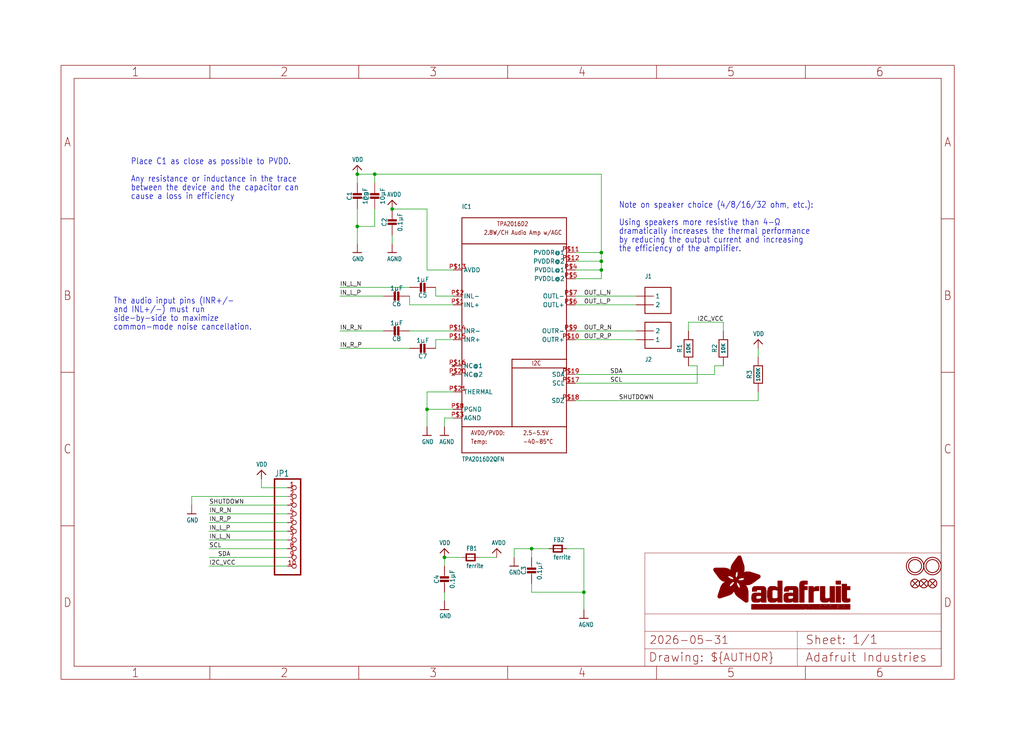
<source format=kicad_sch>
(kicad_sch (version 20230121) (generator eeschema)
  (paper "User" 298.45 217.322)
  (lib_symbols
    (symbol "working-eagle-import:AGND" (power)
      (property "Value" "AGND" (at -1.524 -2.54 0))
      (symbol "AGND_1_0"
        (pin power_in line (at 0 2.54 270) (length 2.54) (name "AGND") (number "1"))
      )
    )
    (symbol "working-eagle-import:AVDD" (power)
      (property "Value" "AVDD" (at -1.524 1.016 0))
      (symbol "AVDD_1_0"
        (pin power_in line (at 0 -2.54 90) (length 2.54) (name "AVDD") (number "1"))
      )
    )
    (symbol "working-eagle-import:CAP_CERAMIC0805-NOOUTLINE"
      (property "Reference" "C" (at -2.29 1.25 90))
      (symbol "CAP_CERAMIC0805-NOOUTLINE_1_0"
        (pin passive line (at 0 5.08 270) (length 2.54) (name "1") (number "1"))
        (pin passive line (at 0 -2.54 90) (length 2.54) (name "2") (number "2"))
      )
    )
    (symbol "working-eagle-import:FERRITE_0805MP"
      (property "Reference" "FB" (at -1.27 1.905 0))
      (symbol "FERRITE_0805MP_1_0"
        (pin passive line (at -2.54 0 0) (length 2.54) (name "P$1") (number "1"))
        (pin passive line (at 2.54 0 180) (length 2.54) (name "P$2") (number "2"))
      )
    )
    (symbol "working-eagle-import:FIDUCIAL{dblquote}{dblquote}")
    (symbol "working-eagle-import:FRAME_A4_ADAFRUIT"
      (symbol "FRAME_A4_ADAFRUIT_1_0"
        (text "${#}/${##}" (at 230.505 10.16 0) (effects (font (size 2.54 2.54)) (justify left bottom)))
        (text "${AUTHOR}" (at 189.23 5.08 0) (effects (font (size 2.286 2.286)) (justify left bottom)))
        (text "${CURRENT_DATE}" (at 171.45 10.16 0) (effects (font (size 2.286 2.286)) (justify left bottom)))
        (text "${PROJECTNAME}" (at 171.45 15.24 0) (effects (font (size 2.54 2.54)) (justify left bottom)))
        (text "1" (at 21.6958 1.905 0) (effects (font (size 2.54 2.286))))
        (text "1" (at 21.6958 177.165 0) (effects (font (size 2.54 2.286))))
        (text "2" (at 65.0875 1.905 0) (effects (font (size 2.54 2.286))))
        (text "2" (at 65.0875 177.165 0) (effects (font (size 2.54 2.286))))
        (text "3" (at 108.4792 1.905 0) (effects (font (size 2.54 2.286))))
        (text "3" (at 108.4792 177.165 0) (effects (font (size 2.54 2.286))))
        (text "4" (at 151.8708 1.905 0) (effects (font (size 2.54 2.286))))
        (text "4" (at 151.8708 177.165 0) (effects (font (size 2.54 2.286))))
        (text "5" (at 195.2625 1.905 0) (effects (font (size 2.54 2.286))))
        (text "5" (at 195.2625 177.165 0) (effects (font (size 2.54 2.286))))
        (text "6" (at 238.6542 1.905 0) (effects (font (size 2.54 2.286))))
        (text "6" (at 238.6542 177.165 0) (effects (font (size 2.54 2.286))))
        (text "A" (at 1.905 156.6863 0) (effects (font (size 2.54 2.286))))
        (text "A" (at 258.445 156.6863 0) (effects (font (size 2.54 2.286))))
        (text "Adafruit Industries" (at 216.916 4.953 0) (effects (font (size 2.54 2.54)) (justify left bottom)))
        (text "B" (at 1.905 111.9188 0) (effects (font (size 2.54 2.286))))
        (text "B" (at 258.445 111.9188 0) (effects (font (size 2.54 2.286))))
        (text "C" (at 1.905 67.1513 0) (effects (font (size 2.54 2.286))))
        (text "C" (at 258.445 67.1513 0) (effects (font (size 2.54 2.286))))
        (text "D" (at 1.905 22.3838 0) (effects (font (size 2.54 2.286))))
        (text "D" (at 258.445 22.3838 0) (effects (font (size 2.54 2.286))))
        (text "Drawing:" (at 171.196 4.953 0) (effects (font (size 2.54 2.54)) (justify left bottom)))
        (text "Sheet:" (at 216.916 10.033 0) (effects (font (size 2.54 2.54)) (justify left bottom)))
      )
    )
    (symbol "working-eagle-import:GND" (power)
      (property "Value" "GND" (at -1.524 -2.54 0))
      (symbol "GND_1_0"
        (pin power_in line (at 0 2.54 270) (length 2.54) (name "GND") (number "1"))
      )
    )
    (symbol "working-eagle-import:HEADER-1X1070MIL"
      (property "Reference" "JP" (at -6.35 13.335 0))
      (symbol "HEADER-1X1070MIL_1_0"
        (pin passive inverted (at -2.54 10.16 0) (length 2.54) (name "1") (number "1"))
        (pin passive inverted (at -2.54 -12.7 0) (length 2.54) (name "10") (number "10"))
        (pin passive inverted (at -2.54 7.62 0) (length 2.54) (name "2") (number "2"))
        (pin passive inverted (at -2.54 5.08 0) (length 2.54) (name "3") (number "3"))
        (pin passive inverted (at -2.54 2.54 0) (length 2.54) (name "4") (number "4"))
        (pin passive inverted (at -2.54 0 0) (length 2.54) (name "5") (number "5"))
        (pin passive inverted (at -2.54 -2.54 0) (length 2.54) (name "6") (number "6"))
        (pin passive inverted (at -2.54 -5.08 0) (length 2.54) (name "7") (number "7"))
        (pin passive inverted (at -2.54 -7.62 0) (length 2.54) (name "8") (number "8"))
        (pin passive inverted (at -2.54 -10.16 0) (length 2.54) (name "9") (number "9"))
      )
    )
    (symbol "working-eagle-import:MOUNTINGHOLE2.5_THICK")
    (symbol "working-eagle-import:RESISTOR0805_NOOUTLINE"
      (property "Reference" "R" (at 0 2.54 0))
      (symbol "RESISTOR0805_NOOUTLINE_1_0"
        (pin passive line (at -5.08 0 0) (length 2.54) (name "1") (number "1"))
        (pin passive line (at 5.08 0 180) (length 2.54) (name "2") (number "2"))
      )
    )
    (symbol "working-eagle-import:TERMBLOCK_1X2"
      (property "Reference" "X" (at -2.54 7.62 0))
      (symbol "TERMBLOCK_1X2_1_0"
        (pin passive line (at -5.08 2.54 0) (length 5.08) (name "1") (number "1"))
        (pin passive line (at -5.08 0 0) (length 5.08) (name "2") (number "2"))
      )
    )
    (symbol "working-eagle-import:TPA2016D2QFN"
      (property "Reference" "IC" (at -15.24 33.02 0))
      (symbol "TPA2016D2QFN_1_0"
        (text "-40-85°C" (at 2.54 -35.56 0) (effects (font (size 1.27 1.0795)) (justify left bottom)))
        (text "2.5-5.5V" (at 2.54 -33.02 0) (effects (font (size 1.27 1.0795)) (justify left bottom)))
        (text "2.8W/CH Audio Amp w/AGC" (at -8.89 25.4 0) (effects (font (size 1.27 1.0795)) (justify left bottom)))
        (text "AVDD/PVDD:" (at -12.7 -33.02 0) (effects (font (size 1.27 1.0795)) (justify left bottom)))
        (text "I2C" (at 5.08 -12.7 0) (effects (font (size 1.27 1.0795)) (justify left bottom)))
        (text "Temp:" (at -12.7 -35.56 0) (effects (font (size 1.27 1.0795)) (justify left bottom)))
        (text "TPA2016D2" (at -5.08 27.94 0) (effects (font (size 1.27 1.0795)) (justify left bottom)))
        (pin input line (at -17.78 5.08 0) (length 2.54) (name "INL+") (number "P$1"))
        (pin output line (at 17.78 -5.08 180) (length 2.54) (name "OUTR+") (number "P$10"))
        (pin power_in line (at 17.78 20.32 180) (length 2.54) (name "PVDDR@1") (number "P$11"))
        (pin power_in line (at 17.78 17.78 180) (length 2.54) (name "PVDDR@2") (number "P$12"))
        (pin power_in line (at -17.78 15.24 0) (length 2.54) (name "AVDD") (number "P$13"))
        (pin input line (at -17.78 -2.54 0) (length 2.54) (name "INR-") (number "P$14"))
        (pin input line (at -17.78 -5.08 0) (length 2.54) (name "INR+") (number "P$15"))
        (pin no_connect line (at -17.78 -12.7 0) (length 2.54) (name "NC@1") (number "P$16"))
        (pin bidirectional line (at 17.78 -17.78 180) (length 2.54) (name "SCL") (number "P$17"))
        (pin input line (at 17.78 -22.86 180) (length 2.54) (name "SDZ") (number "P$18"))
        (pin bidirectional line (at 17.78 -15.24 180) (length 2.54) (name "SDA") (number "P$19"))
        (pin input line (at -17.78 7.62 0) (length 2.54) (name "INL-") (number "P$2"))
        (pin no_connect line (at -17.78 -15.24 0) (length 2.54) (name "NC@2") (number "P$20"))
        (pin bidirectional line (at -17.78 -20.32 0) (length 2.54) (name "THERMAL") (number "P$21"))
        (pin power_in line (at -17.78 -27.94 0) (length 2.54) (name "AGND") (number "P$3"))
        (pin power_in line (at 17.78 15.24 180) (length 2.54) (name "PVDDL@1") (number "P$4"))
        (pin power_in line (at 17.78 12.7 180) (length 2.54) (name "PVDDL@2") (number "P$5"))
        (pin output line (at 17.78 5.08 180) (length 2.54) (name "OUTL+") (number "P$6"))
        (pin output line (at 17.78 7.62 180) (length 2.54) (name "OUTL-") (number "P$7"))
        (pin power_in line (at -17.78 -25.4 0) (length 2.54) (name "PGND") (number "P$8"))
        (pin output line (at 17.78 -2.54 180) (length 2.54) (name "OUTR-") (number "P$9"))
      )
    )
    (symbol "working-eagle-import:VDD" (power)
      (property "Value" "VDD" (at -1.524 1.016 0))
      (symbol "VDD_1_0"
        (pin power_in line (at 0 -2.54 90) (length 2.54) (name "VDD") (number "1"))
      )
    )
  )
  (junction (at 129.54 162.56))
  (junction (at 104.14 50.8))
  (junction (at 104.14 66.04))
  (junction (at 170.18 172.72))
  (junction (at 109.22 50.8))
  (junction (at 114.3 60.96))
  (junction (at 124.46 119.38))
  (junction (at 175.26 78.74))
  (junction (at 175.26 76.2))
  (junction (at 154.94 160.02))
  (junction (at 175.26 73.66))
  (wire (pts (xy 109.22 50.8) (xy 175.26 50.8)) (stroke (width 0.1524)))
  (wire (pts (xy 124.46 78.74) (xy 124.46 60.96)) (stroke (width 0.1524)))
  (wire (pts (xy 127 99.06) (xy 132.08 99.06)) (stroke (width 0.1524)))
  (wire (pts (xy 132.08 114.3) (xy 124.46 114.3)) (stroke (width 0.1524)))
  (wire (pts (xy 220.98 116.84) (xy 220.98 114.3)) (stroke (width 0.1524)))
  (wire (pts (xy 111.76 86.36) (xy 99.06 86.36)) (stroke (width 0.1524)))
  (wire (pts (xy 83.82 157.48) (xy 60.96 157.48)) (stroke (width 0.1524)))
  (wire (pts (xy 132.08 121.92) (xy 129.54 121.92)) (stroke (width 0.1524)))
  (wire (pts (xy 175.26 76.2) (xy 167.64 76.2)) (stroke (width 0.1524)))
  (wire (pts (xy 83.82 152.4) (xy 60.96 152.4)) (stroke (width 0.1524)))
  (wire (pts (xy 203.2 106.68) (xy 200.66 106.68)) (stroke (width 0.1524)))
  (wire (pts (xy 167.64 96.52) (xy 185.42 96.52)) (stroke (width 0.1524)))
  (wire (pts (xy 210.82 96.52) (xy 210.82 93.98)) (stroke (width 0.1524)))
  (wire (pts (xy 129.54 172.72) (xy 129.54 175.26)) (stroke (width 0.1524)))
  (wire (pts (xy 139.7 162.56) (xy 144.78 162.56)) (stroke (width 0.1524)))
  (wire (pts (xy 119.38 86.36) (xy 119.38 88.9)) (stroke (width 0.1524)))
  (wire (pts (xy 124.46 114.3) (xy 124.46 119.38)) (stroke (width 0.1524)))
  (wire (pts (xy 165.1 160.02) (xy 170.18 160.02)) (stroke (width 0.1524)))
  (wire (pts (xy 83.82 160.02) (xy 60.96 160.02)) (stroke (width 0.1524)))
  (wire (pts (xy 167.64 73.66) (xy 175.26 73.66)) (stroke (width 0.1524)))
  (wire (pts (xy 220.98 101.6) (xy 220.98 104.14)) (stroke (width 0.1524)))
  (wire (pts (xy 175.26 73.66) (xy 175.26 76.2)) (stroke (width 0.1524)))
  (wire (pts (xy 83.82 147.32) (xy 60.96 147.32)) (stroke (width 0.1524)))
  (wire (pts (xy 83.82 154.94) (xy 60.96 154.94)) (stroke (width 0.1524)))
  (wire (pts (xy 124.46 60.96) (xy 114.3 60.96)) (stroke (width 0.1524)))
  (wire (pts (xy 167.64 88.9) (xy 185.42 88.9)) (stroke (width 0.1524)))
  (wire (pts (xy 132.08 119.38) (xy 124.46 119.38)) (stroke (width 0.1524)))
  (wire (pts (xy 104.14 66.04) (xy 104.14 71.12)) (stroke (width 0.1524)))
  (wire (pts (xy 109.22 66.04) (xy 109.22 60.96)) (stroke (width 0.1524)))
  (wire (pts (xy 154.94 160.02) (xy 149.86 160.02)) (stroke (width 0.1524)))
  (wire (pts (xy 154.94 160.02) (xy 154.94 162.56)) (stroke (width 0.1524)))
  (wire (pts (xy 175.26 76.2) (xy 175.26 78.74)) (stroke (width 0.1524)))
  (wire (pts (xy 167.64 111.76) (xy 203.2 111.76)) (stroke (width 0.1524)))
  (wire (pts (xy 119.38 88.9) (xy 132.08 88.9)) (stroke (width 0.1524)))
  (wire (pts (xy 124.46 119.38) (xy 124.46 124.46)) (stroke (width 0.1524)))
  (wire (pts (xy 111.76 96.52) (xy 99.06 96.52)) (stroke (width 0.1524)))
  (wire (pts (xy 203.2 111.76) (xy 203.2 106.68)) (stroke (width 0.1524)))
  (wire (pts (xy 114.3 68.58) (xy 114.3 71.12)) (stroke (width 0.1524)))
  (wire (pts (xy 83.82 149.86) (xy 60.96 149.86)) (stroke (width 0.1524)))
  (wire (pts (xy 119.38 96.52) (xy 132.08 96.52)) (stroke (width 0.1524)))
  (wire (pts (xy 83.82 165.1) (xy 60.96 165.1)) (stroke (width 0.1524)))
  (wire (pts (xy 132.08 78.74) (xy 124.46 78.74)) (stroke (width 0.1524)))
  (wire (pts (xy 210.82 93.98) (xy 200.66 93.98)) (stroke (width 0.1524)))
  (wire (pts (xy 55.88 144.78) (xy 55.88 147.32)) (stroke (width 0.1524)))
  (wire (pts (xy 99.06 83.82) (xy 119.38 83.82)) (stroke (width 0.1524)))
  (wire (pts (xy 127 101.6) (xy 127 99.06)) (stroke (width 0.1524)))
  (wire (pts (xy 167.64 86.36) (xy 185.42 86.36)) (stroke (width 0.1524)))
  (wire (pts (xy 167.64 78.74) (xy 175.26 78.74)) (stroke (width 0.1524)))
  (wire (pts (xy 129.54 162.56) (xy 134.62 162.56)) (stroke (width 0.1524)))
  (wire (pts (xy 104.14 50.8) (xy 104.14 53.34)) (stroke (width 0.1524)))
  (wire (pts (xy 175.26 81.28) (xy 167.64 81.28)) (stroke (width 0.1524)))
  (wire (pts (xy 55.88 144.78) (xy 83.82 144.78)) (stroke (width 0.1524)))
  (wire (pts (xy 129.54 121.92) (xy 129.54 124.46)) (stroke (width 0.1524)))
  (wire (pts (xy 170.18 172.72) (xy 170.18 177.8)) (stroke (width 0.1524)))
  (wire (pts (xy 167.64 109.22) (xy 208.28 109.22)) (stroke (width 0.1524)))
  (wire (pts (xy 208.28 106.68) (xy 210.82 106.68)) (stroke (width 0.1524)))
  (wire (pts (xy 109.22 53.34) (xy 109.22 50.8)) (stroke (width 0.1524)))
  (wire (pts (xy 104.14 66.04) (xy 109.22 66.04)) (stroke (width 0.1524)))
  (wire (pts (xy 208.28 109.22) (xy 208.28 106.68)) (stroke (width 0.1524)))
  (wire (pts (xy 60.96 162.56) (xy 83.82 162.56)) (stroke (width 0.1524)))
  (wire (pts (xy 99.06 101.6) (xy 119.38 101.6)) (stroke (width 0.1524)))
  (wire (pts (xy 200.66 96.52) (xy 200.66 93.98)) (stroke (width 0.1524)))
  (wire (pts (xy 160.02 160.02) (xy 154.94 160.02)) (stroke (width 0.1524)))
  (wire (pts (xy 104.14 60.96) (xy 104.14 66.04)) (stroke (width 0.1524)))
  (wire (pts (xy 76.2 142.24) (xy 76.2 139.7)) (stroke (width 0.1524)))
  (wire (pts (xy 129.54 162.56) (xy 129.54 165.1)) (stroke (width 0.1524)))
  (wire (pts (xy 154.94 170.18) (xy 154.94 172.72)) (stroke (width 0.1524)))
  (wire (pts (xy 149.86 160.02) (xy 149.86 162.56)) (stroke (width 0.1524)))
  (wire (pts (xy 175.26 78.74) (xy 175.26 81.28)) (stroke (width 0.1524)))
  (wire (pts (xy 154.94 172.72) (xy 170.18 172.72)) (stroke (width 0.1524)))
  (wire (pts (xy 170.18 160.02) (xy 170.18 172.72)) (stroke (width 0.1524)))
  (wire (pts (xy 127 86.36) (xy 127 83.82)) (stroke (width 0.1524)))
  (wire (pts (xy 175.26 50.8) (xy 175.26 73.66)) (stroke (width 0.1524)))
  (wire (pts (xy 167.64 116.84) (xy 220.98 116.84)) (stroke (width 0.1524)))
  (wire (pts (xy 83.82 142.24) (xy 76.2 142.24)) (stroke (width 0.1524)))
  (wire (pts (xy 167.64 99.06) (xy 185.42 99.06)) (stroke (width 0.1524)))
  (wire (pts (xy 132.08 86.36) (xy 127 86.36)) (stroke (width 0.1524)))
  (wire (pts (xy 104.14 50.8) (xy 109.22 50.8)) (stroke (width 0.1524)))
  (text "and INL+/-) must run" (at 33.02 91.44 0) (effects (font (size 1.778 1.5113)) (justify left bottom)))
  (text "Note on speaker choice (4/8/16/32 ohm, etc.):" (at 180.34 60.96 0) (effects (font (size 1.778 1.5113)) (justify left bottom)))
  (text "between the device and the capacitor can" (at 38.1 55.88 0) (effects (font (size 1.778 1.5113)) (justify left bottom)))
  (text "by reducing the output current and increasing" (at 180.34 71.12 0) (effects (font (size 1.778 1.5113)) (justify left bottom)))
  (text "cause a loss in efficiency" (at 38.1 58.42 0) (effects (font (size 1.778 1.5113)) (justify left bottom)))
  (text "common-mode noise cancellation." (at 33.02 96.52 0) (effects (font (size 1.778 1.5113)) (justify left bottom)))
  (text "Any resistance or inductance in the trace" (at 38.1 53.34 0) (effects (font (size 1.778 1.5113)) (justify left bottom)))
  (text "The audio input pins (INR+/-" (at 33.02 88.9 0) (effects (font (size 1.778 1.5113)) (justify left bottom)))
  (text "the efficiency of the amplifier." (at 180.34 73.66 0) (effects (font (size 1.778 1.5113)) (justify left bottom)))
  (text "Place C1 as close as possible to PVDD." (at 38.1 48.26 0) (effects (font (size 1.778 1.5113)) (justify left bottom)))
  (text "dramatically increases the thermal performance" (at 180.34 68.58 0) (effects (font (size 1.778 1.5113)) (justify left bottom)))
  (text "side-by-side to maximize" (at 33.02 93.98 0) (effects (font (size 1.778 1.5113)) (justify left bottom)))
  (text "Using speakers more resistive than 4-Ω" (at 180.34 66.04 0) (effects (font (size 1.778 1.5113)) (justify left bottom)))
  (label "SHUTDOWN" (at 60.96 147.32 0) (effects (font (size 1.2446 1.2446))))
  (label "IN_R_P" (at 60.96 152.4 0) (effects (font (size 1.2446 1.2446))))
  (label "OUT_L_P" (at 170.18 88.9 0) (effects (font (size 1.2446 1.2446))))
  (label "SDA" (at 63.5 162.56 0) (effects (font (size 1.2446 1.2446))))
  (label "IN_L_N" (at 99.06 83.82 0) (effects (font (size 1.2446 1.2446))))
  (label "IN_L_P" (at 99.06 86.36 0) (effects (font (size 1.2446 1.2446))))
  (label "OUT_R_P" (at 170.18 99.06 0) (effects (font (size 1.2446 1.2446))))
  (label "IN_R_N" (at 99.06 96.52 0) (effects (font (size 1.2446 1.2446))))
  (label "I2C_VCC" (at 203.2 93.98 0) (effects (font (size 1.2446 1.2446))))
  (label "SHUTDOWN" (at 180.34 116.84 0) (effects (font (size 1.2446 1.2446))))
  (label "OUT_L_N" (at 170.18 86.36 0) (effects (font (size 1.2446 1.2446))))
  (label "IN_L_N" (at 60.96 157.48 0) (effects (font (size 1.2446 1.2446))))
  (label "IN_R_P" (at 99.06 101.6 0) (effects (font (size 1.2446 1.2446))))
  (label "IN_L_P" (at 60.96 154.94 0) (effects (font (size 1.2446 1.2446))))
  (label "I2C_VCC" (at 60.96 165.1 0) (effects (font (size 1.2446 1.2446))))
  (label "SDA" (at 177.8 109.22 0) (effects (font (size 1.2446 1.2446))))
  (label "OUT_R_N" (at 170.18 96.52 0) (effects (font (size 1.2446 1.2446))))
  (label "SCL" (at 177.8 111.76 0) (effects (font (size 1.2446 1.2446))))
  (label "SCL" (at 60.96 160.02 0) (effects (font (size 1.2446 1.2446))))
  (label "IN_R_N" (at 60.96 149.86 0) (effects (font (size 1.2446 1.2446))))
  (symbol (lib_id "working-eagle-import:AVDD") (at 114.3 58.42 0) (unit 1)
    (property "Reference" "#U$15" (effects hide))
    (property "Value" "AVDD" (at 112.776 57.404 0) (effects (font (size 1.27 1.0795)) (justify left bottom)))
  )
  (symbol (lib_id "working-eagle-import:RESISTOR0805_NOOUTLINE") (at 200.66 101.6 90) (unit 1)
    (property "Reference" "R1" (at 198.12 101.6 0))
    (property "Value" "10K" (at 200.66 101.6 0) (effects (font (size 1.016 1.016) bold)))
    (property "Footprint" "working:0805-NO" (effects hide))
  )
  (symbol (lib_id "working-eagle-import:CAP_CERAMIC0805-NOOUTLINE") (at 129.54 170.18 0) (unit 1)
    (property "Reference" "C4" (at 127.25 168.93 90))
    (property "Value" "0.1µF" (at 131.84 168.93 90))
    (property "Footprint" "working:0805-NO" (effects hide))
  )
  (symbol (lib_id "working-eagle-import:RESISTOR0805_NOOUTLINE") (at 210.82 101.6 90) (unit 1)
    (property "Reference" "R2" (at 208.28 101.6 0))
    (property "Value" "10K" (at 210.82 101.6 0) (effects (font (size 1.016 1.016) bold)))
    (property "Footprint" "working:0805-NO" (effects hide))
  )
  (symbol (lib_id "working-eagle-import:FIDUCIAL{dblquote}{dblquote}") (at 271.78 170.18 0) (unit 1)
    (property "Reference" "FID1" (effects hide))
    (property "Value" "FIDUCIAL{dblquote}{dblquote}" (effects hide))
    (property "Footprint" "working:FIDUCIAL_1MM" (effects hide))
  )
  (symbol (lib_id "working-eagle-import:GND") (at 149.86 165.1 0) (unit 1)
    (property "Reference" "#U$6" (effects hide))
    (property "Value" "GND" (at 148.336 167.64 0) (effects (font (size 1.27 1.0795)) (justify left bottom)))
  )
  (symbol (lib_id "working-eagle-import:FIDUCIAL{dblquote}{dblquote}") (at 266.7 170.18 0) (unit 1)
    (property "Reference" "FID3" (effects hide))
    (property "Value" "FIDUCIAL{dblquote}{dblquote}" (effects hide))
    (property "Footprint" "working:FIDUCIAL_1MM" (effects hide))
    (property "BOM" "EXCLUDE" (effects hide))
  )
  (symbol (lib_id "working-eagle-import:MOUNTINGHOLE2.5_THICK") (at 271.78 165.1 0) (unit 1)
    (property "Reference" "U$20" (effects hide))
    (property "Value" "MOUNTINGHOLE2.5_THICK" (effects hide))
    (property "Footprint" "working:MOUNTINGHOLE_2.5_PLATED_THICK" (effects hide))
  )
  (symbol (lib_id "working-eagle-import:CAP_CERAMIC0805-NOOUTLINE") (at 104.14 58.42 0) (unit 1)
    (property "Reference" "C1" (at 101.85 57.17 90))
    (property "Value" "10µF" (at 106.44 57.17 90))
    (property "Footprint" "working:0805-NO" (effects hide))
  )
  (symbol (lib_id "working-eagle-import:TPA2016D2QFN") (at 149.86 93.98 0) (unit 1)
    (property "Reference" "IC1" (at 134.62 60.96 0) (effects (font (size 1.27 1.0795)) (justify left bottom)))
    (property "Value" "TPA2016D2QFN" (at 134.62 134.62 0) (effects (font (size 1.27 1.0795)) (justify left bottom)))
    (property "Footprint" "working:QFN20_4MM" (effects hide))
  )
  (symbol (lib_id "working-eagle-import:FERRITE_0805MP") (at 162.56 160.02 0) (unit 1)
    (property "Reference" "FB2" (at 161.29 158.115 0) (effects (font (size 1.27 1.0795)) (justify left bottom)))
    (property "Value" "ferrite" (at 161.29 163.195 0) (effects (font (size 1.27 1.0795)) (justify left bottom)))
    (property "Footprint" "working:_0805MP" (effects hide))
  )
  (symbol (lib_id "working-eagle-import:FERRITE_0805MP") (at 137.16 162.56 0) (unit 1)
    (property "Reference" "FB1" (at 135.89 160.655 0) (effects (font (size 1.27 1.0795)) (justify left bottom)))
    (property "Value" "ferrite" (at 135.89 165.735 0) (effects (font (size 1.27 1.0795)) (justify left bottom)))
    (property "Footprint" "working:_0805MP" (effects hide))
  )
  (symbol (lib_id "working-eagle-import:VDD") (at 76.2 137.16 0) (unit 1)
    (property "Reference" "#U$18" (effects hide))
    (property "Value" "VDD" (at 74.676 136.144 0) (effects (font (size 1.27 1.0795)) (justify left bottom)))
  )
  (symbol (lib_id "working-eagle-import:GND") (at 104.14 73.66 0) (unit 1)
    (property "Reference" "#U$11" (effects hide))
    (property "Value" "GND" (at 102.616 76.2 0) (effects (font (size 1.27 1.0795)) (justify left bottom)))
  )
  (symbol (lib_id "working-eagle-import:FRAME_A4_ADAFRUIT") (at 17.78 198.12 0) (unit 1)
    (property "Reference" "#U$1" (effects hide))
    (property "Value" "FRAME_A4_ADAFRUIT" (effects hide))
  )
  (symbol (lib_id "working-eagle-import:MOUNTINGHOLE2.5_THICK") (at 266.7 165.1 0) (unit 1)
    (property "Reference" "U$21" (effects hide))
    (property "Value" "MOUNTINGHOLE2.5_THICK" (effects hide))
    (property "Footprint" "working:MOUNTINGHOLE_2.5_PLATED_THICK" (effects hide))
  )
  (symbol (lib_id "working-eagle-import:AGND") (at 114.3 73.66 0) (unit 1)
    (property "Reference" "#U$16" (effects hide))
    (property "Value" "AGND" (at 112.776 76.2 0) (effects (font (size 1.27 1.0795)) (justify left bottom)))
  )
  (symbol (lib_id "working-eagle-import:CAP_CERAMIC0805-NOOUTLINE") (at 116.84 96.52 90) (unit 1)
    (property "Reference" "C8" (at 115.59 98.81 90))
    (property "Value" "1µF" (at 115.59 94.22 90))
    (property "Footprint" "working:0805-NO" (effects hide))
  )
  (symbol (lib_id "working-eagle-import:CAP_CERAMIC0805-NOOUTLINE") (at 154.94 167.64 0) (unit 1)
    (property "Reference" "C3" (at 152.65 166.39 90))
    (property "Value" "0.1µF" (at 157.24 166.39 90))
    (property "Footprint" "working:0805-NO" (effects hide))
  )
  (symbol (lib_id "working-eagle-import:RESISTOR0805_NOOUTLINE") (at 220.98 109.22 90) (unit 1)
    (property "Reference" "R3" (at 218.44 109.22 0))
    (property "Value" "100K" (at 220.98 109.22 0) (effects (font (size 1.016 1.016) bold)))
    (property "Footprint" "working:0805-NO" (effects hide))
  )
  (symbol (lib_id "working-eagle-import:AVDD") (at 144.78 160.02 0) (unit 1)
    (property "Reference" "#U$9" (effects hide))
    (property "Value" "AVDD" (at 143.256 159.004 0) (effects (font (size 1.27 1.0795)) (justify left bottom)))
  )
  (symbol (lib_id "working-eagle-import:GND") (at 55.88 149.86 0) (unit 1)
    (property "Reference" "#U$19" (effects hide))
    (property "Value" "GND" (at 54.356 152.4 0) (effects (font (size 1.27 1.0795)) (justify left bottom)))
  )
  (symbol (lib_id "working-eagle-import:VDD") (at 129.54 160.02 0) (unit 1)
    (property "Reference" "#U$7" (effects hide))
    (property "Value" "VDD" (at 128.016 159.004 0) (effects (font (size 1.27 1.0795)) (justify left bottom)))
  )
  (symbol (lib_id "working-eagle-import:CAP_CERAMIC0805-NOOUTLINE") (at 116.84 86.36 90) (unit 1)
    (property "Reference" "C6" (at 115.59 88.65 90))
    (property "Value" "1µF" (at 115.59 84.06 90))
    (property "Footprint" "working:0805-NO" (effects hide))
  )
  (symbol (lib_id "working-eagle-import:HEADER-1X1070MIL") (at 86.36 152.4 0) (unit 1)
    (property "Reference" "JP1" (at 80.01 139.065 0) (effects (font (size 1.778 1.5113)) (justify left bottom)))
    (property "Value" "HEADER-1X1070MIL" (effects hide))
    (property "Footprint" "working:1X10_ROUND70" (effects hide))
  )
  (symbol (lib_id "working-eagle-import:CAP_CERAMIC0805-NOOUTLINE") (at 109.22 58.42 0) (unit 1)
    (property "Reference" "C9" (at 106.93 57.17 90))
    (property "Value" "10µF" (at 111.52 57.17 90))
    (property "Footprint" "working:0805-NO" (effects hide))
  )
  (symbol (lib_id "working-eagle-import:TERMBLOCK_1X2") (at 190.5 96.52 0) (mirror x) (unit 1)
    (property "Reference" "J2" (at 187.96 104.14 0) (effects (font (size 1.27 1.0795)) (justify left bottom)))
    (property "Value" "TERMBLOCK_1X2" (effects hide))
    (property "Footprint" "working:TERMBLOCK_1X2-3.5MM" (effects hide))
  )
  (symbol (lib_id "working-eagle-import:GND") (at 124.46 127 0) (unit 1)
    (property "Reference" "#U$5" (effects hide))
    (property "Value" "GND" (at 122.936 129.54 0) (effects (font (size 1.27 1.0795)) (justify left bottom)))
  )
  (symbol (lib_id "working-eagle-import:CAP_CERAMIC0805-NOOUTLINE") (at 114.3 66.04 0) (unit 1)
    (property "Reference" "C2" (at 112.01 64.79 90))
    (property "Value" "0.1µF" (at 116.6 64.79 90))
    (property "Footprint" "working:0805-NO" (effects hide))
  )
  (symbol (lib_id "working-eagle-import:AGND") (at 129.54 127 0) (unit 1)
    (property "Reference" "#U$14" (effects hide))
    (property "Value" "AGND" (at 128.016 129.54 0) (effects (font (size 1.27 1.0795)) (justify left bottom)))
  )
  (symbol (lib_id "working-eagle-import:VDD") (at 220.98 99.06 0) (unit 1)
    (property "Reference" "#U$2" (effects hide))
    (property "Value" "VDD" (at 219.456 98.044 0) (effects (font (size 1.27 1.0795)) (justify left bottom)))
  )
  (symbol (lib_id "working-eagle-import:AGND") (at 170.18 180.34 0) (unit 1)
    (property "Reference" "#U$8" (effects hide))
    (property "Value" "AGND" (at 168.656 182.88 0) (effects (font (size 1.27 1.0795)) (justify left bottom)))
  )
  (symbol (lib_id "working-eagle-import:TERMBLOCK_1X2") (at 190.5 88.9 0) (unit 1)
    (property "Reference" "J1" (at 187.96 81.28 0) (effects (font (size 1.27 1.0795)) (justify left bottom)))
    (property "Value" "TERMBLOCK_1X2" (effects hide))
    (property "Footprint" "working:TERMBLOCK_1X2-3.5MM" (effects hide))
  )
  (symbol (lib_id "working-eagle-import:GND") (at 129.54 177.8 0) (unit 1)
    (property "Reference" "#U$17" (effects hide))
    (property "Value" "GND" (at 128.016 180.34 0) (effects (font (size 1.27 1.0795)) (justify left bottom)))
  )
  (symbol (lib_id "working-eagle-import:FIDUCIAL{dblquote}{dblquote}") (at 269.24 170.18 0) (unit 1)
    (property "Reference" "FID2" (effects hide))
    (property "Value" "FIDUCIAL{dblquote}{dblquote}" (effects hide))
    (property "Footprint" "working:FIDUCIAL_1MM" (effects hide))
  )
  (symbol (lib_id "working-eagle-import:VDD") (at 104.14 48.26 0) (unit 1)
    (property "Reference" "#U$10" (effects hide))
    (property "Value" "VDD" (at 102.616 47.244 0) (effects (font (size 1.27 1.0795)) (justify left bottom)))
  )
  (symbol (lib_id "working-eagle-import:CAP_CERAMIC0805-NOOUTLINE") (at 124.46 83.82 90) (unit 1)
    (property "Reference" "C5" (at 123.21 86.11 90))
    (property "Value" "1µF" (at 123.21 81.52 90))
    (property "Footprint" "working:0805-NO" (effects hide))
  )
  (symbol (lib_id "working-eagle-import:CAP_CERAMIC0805-NOOUTLINE") (at 124.46 101.6 90) (unit 1)
    (property "Reference" "C7" (at 123.21 103.89 90))
    (property "Value" "1µF" (at 123.21 99.3 90))
    (property "Footprint" "working:0805-NO" (effects hide))
  )
)
</source>
